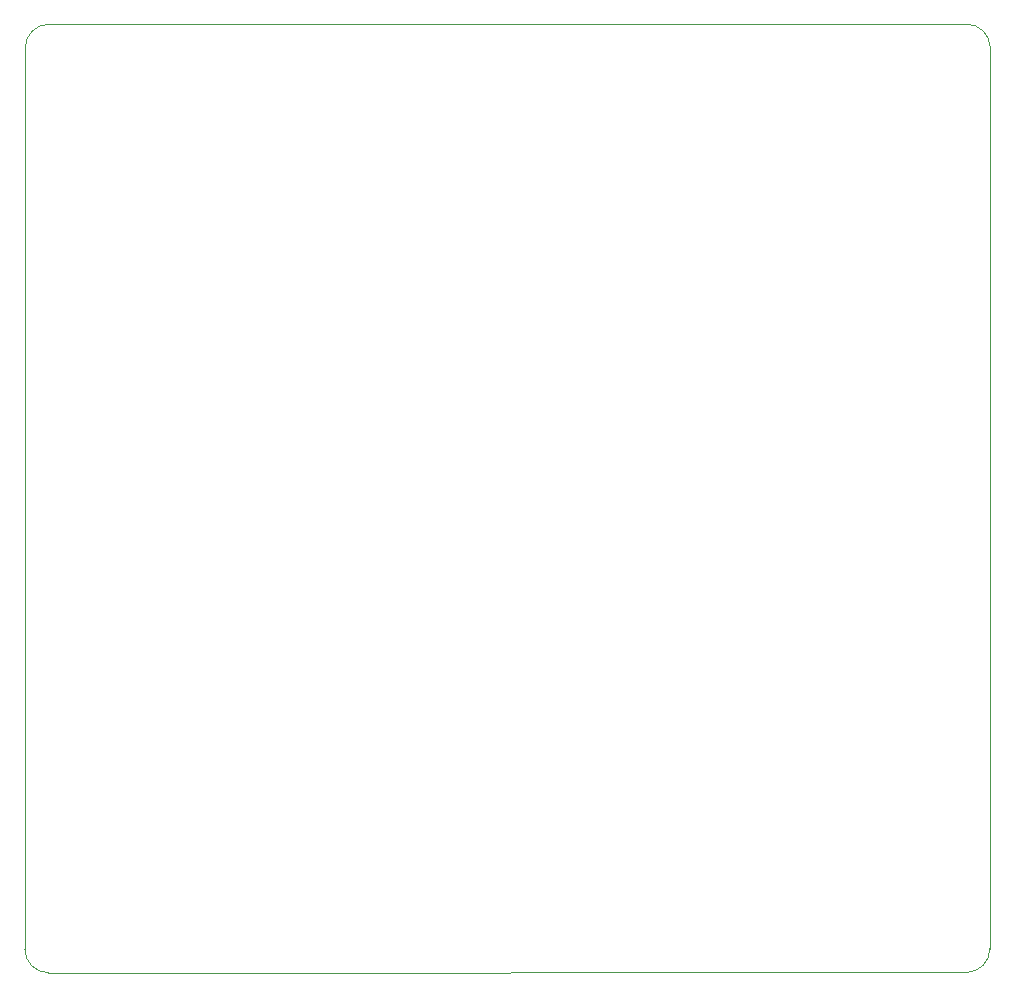
<source format=gbr>
%TF.GenerationSoftware,KiCad,Pcbnew,(6.0.8)*%
%TF.CreationDate,2022-11-21T21:43:47+01:00*%
%TF.ProjectId,WeatherStation_ArduinoNano_Shield,57656174-6865-4725-9374-6174696f6e5f,rev?*%
%TF.SameCoordinates,Original*%
%TF.FileFunction,Profile,NP*%
%FSLAX46Y46*%
G04 Gerber Fmt 4.6, Leading zero omitted, Abs format (unit mm)*
G04 Created by KiCad (PCBNEW (6.0.8)) date 2022-11-21 21:43:47*
%MOMM*%
%LPD*%
G01*
G04 APERTURE LIST*
%TA.AperFunction,Profile*%
%ADD10C,0.100000*%
%TD*%
G04 APERTURE END LIST*
D10*
X43162400Y-96662400D02*
G75*
G03*
X45162400Y-98662400I2000000J0D01*
G01*
X122876400Y-98647749D02*
G75*
G03*
X124876400Y-96633566I-14300J2014249D01*
G01*
X43194400Y-20369014D02*
X43162400Y-96662400D01*
X124876400Y-96633566D02*
X124908400Y-20354394D01*
X124908406Y-20354394D02*
G75*
G03*
X122908400Y-18354394I-2000006J-6D01*
G01*
X45194400Y-18369000D02*
G75*
G03*
X43194400Y-20369014I0J-2000000D01*
G01*
X122908400Y-18354394D02*
X45194400Y-18369014D01*
X45162400Y-98662400D02*
X122876400Y-98647780D01*
M02*

</source>
